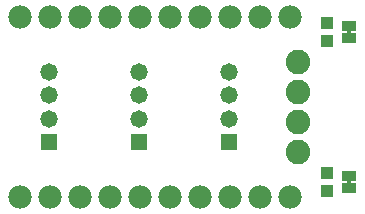
<source format=gts>
G75*
%MOIN*%
%OFA0B0*%
%FSLAX25Y25*%
%IPPOS*%
%LPD*%
%AMOC8*
5,1,8,0,0,1.08239X$1,22.5*
%
%ADD10C,0.07800*%
%ADD11R,0.05800X0.05800*%
%ADD12C,0.05800*%
%ADD13C,0.08200*%
%ADD14R,0.03950X0.03950*%
%ADD15R,0.04800X0.03300*%
%ADD16R,0.01400X0.01000*%
D10*
X0011800Y0023933D03*
X0021800Y0023933D03*
X0031800Y0023933D03*
X0041800Y0023933D03*
X0051800Y0023933D03*
X0061800Y0023933D03*
X0071800Y0023933D03*
X0081800Y0023933D03*
X0091800Y0023933D03*
X0101800Y0023933D03*
X0101800Y0084033D03*
X0091800Y0084033D03*
X0081800Y0084033D03*
X0071800Y0084033D03*
X0061800Y0084033D03*
X0051800Y0084033D03*
X0041800Y0084033D03*
X0031800Y0084033D03*
X0021800Y0084033D03*
X0011800Y0084033D03*
D11*
X0021400Y0042172D03*
X0051400Y0042172D03*
X0081400Y0042172D03*
D12*
X0081400Y0050046D03*
X0081400Y0057920D03*
X0081400Y0065794D03*
X0051400Y0065794D03*
X0051400Y0057920D03*
X0051400Y0050046D03*
X0021400Y0050046D03*
X0021400Y0057920D03*
X0021400Y0065794D03*
D13*
X0104400Y0068983D03*
X0104400Y0058983D03*
X0104400Y0048983D03*
X0104400Y0038983D03*
D14*
X0113900Y0031983D03*
X0113900Y0025983D03*
X0113900Y0075983D03*
X0113900Y0081983D03*
D15*
X0121400Y0080983D03*
X0121400Y0076983D03*
X0121400Y0030983D03*
X0121400Y0026983D03*
D16*
X0121400Y0028983D03*
X0121400Y0078983D03*
M02*

</source>
